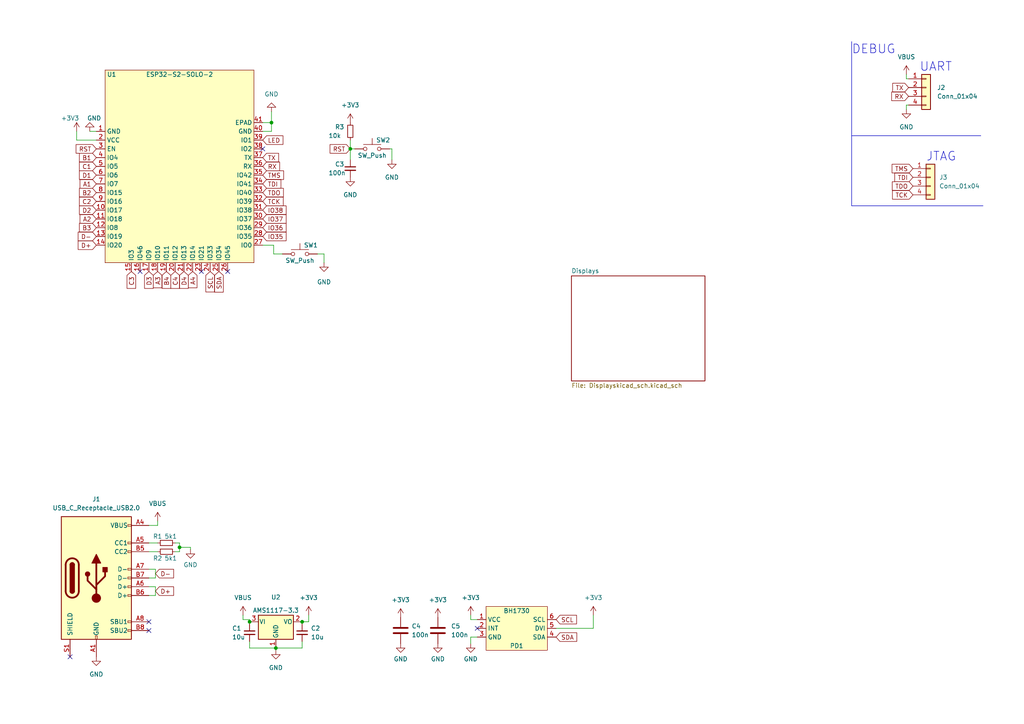
<source format=kicad_sch>
(kicad_sch (version 20230121) (generator eeschema)
  (paper "A4")
  (lib_symbols
    (symbol "BH1730:BH1730"
      (property "Reference" "PD1" (at 0 -5.08 0))
      (property "Value" "BH1730" (at 0 5.08 0))
      (symbol "BH1730_0_1"
        (rectangle (start -8.89 6.35) (end 8.89 -6.35) (fill (type background)))
      )
      (symbol "BH1730_1_1"
        (pin input line (at -11.43 2.54 0) (length 2.54) (name "VCC") (number "1"))
        (pin input line (at -11.43 0 0) (length 2.54) (name "INT") (number "2"))
        (pin input line (at -11.43 -2.54 0) (length 2.54) (name "GND") (number "3"))
        (pin input line (at 11.43 -2.54 180) (length 2.54) (name "SDA") (number "4"))
        (pin input line (at 11.43 0 180) (length 2.54) (name "DVI") (number "5"))
        (pin input line (at 11.43 2.54 180) (length 2.54) (name "SCL") (number "6"))
      )
    )
    (symbol "Connector:USB_C_Receptacle_USB2.0" (pin_names (offset 1.016))
      (property "Reference" "J" (at -10.16 19.05 0))
      (property "Value" "USB_C_Receptacle_USB2.0" (at 19.05 19.05 0))
      (symbol "USB_C_Receptacle_USB2.0_0_0"
        (rectangle (start -0.254 -17.78) (end 0.254 -16.764))
        (rectangle (start 10.16 -14.986) (end 9.144 -15.494))
        (rectangle (start 10.16 -12.446) (end 9.144 -12.954))
        (rectangle (start 10.16 -4.826) (end 9.144 -5.334))
        (rectangle (start 10.16 -2.286) (end 9.144 -2.794))
        (rectangle (start 10.16 0.254) (end 9.144 -0.254))
        (rectangle (start 10.16 2.794) (end 9.144 2.286))
        (rectangle (start 10.16 7.874) (end 9.144 7.366))
        (rectangle (start 10.16 10.414) (end 9.144 9.906))
        (rectangle (start 10.16 15.494) (end 9.144 14.986))
      )
      (symbol "USB_C_Receptacle_USB2.0_0_1"
        (rectangle (start -10.16 17.78) (end 10.16 -17.78) (stroke (width 0.254)) (fill (type background)))
        (arc (start -8.89 -3.81) (mid -6.985 -5.7067) (end -5.08 -3.81) (stroke (width 0.508)))
        (arc (start -7.62 -3.81) (mid -6.985 -4.4423) (end -6.35 -3.81) (stroke (width 0.254)))
        (arc (start -7.62 -3.81) (mid -6.985 -4.4423) (end -6.35 -3.81) (stroke (width 0.254)) (fill (type outline)))
        (rectangle (start -7.62 -3.81) (end -6.35 3.81) (stroke (width 0.254)) (fill (type outline)))
        (arc (start -6.35 3.81) (mid -6.985 4.4423) (end -7.62 3.81) (stroke (width 0.254)))
        (arc (start -6.35 3.81) (mid -6.985 4.4423) (end -7.62 3.81) (stroke (width 0.254)) (fill (type outline)))
        (arc (start -5.08 3.81) (mid -6.985 5.7067) (end -8.89 3.81) (stroke (width 0.508)))
        (circle (center -2.54 1.143) (radius 0.635) (stroke (width 0.254)) (fill (type outline)))
        (circle (center 0 -5.842) (radius 1.27) (fill (type outline)))
        (polyline (pts (xy -8.89 -3.81) (xy -8.89 3.81)) (stroke (width 0.508)))
        (polyline (pts (xy -5.08 3.81) (xy -5.08 -3.81)) (stroke (width 0.508)))
        (polyline (pts (xy 0 -5.842) (xy 0 4.318)) (stroke (width 0.508)))
        (polyline (pts (xy 0 -3.302) (xy -2.54 -0.762) (xy -2.54 0.508)) (stroke (width 0.508)))
        (polyline (pts (xy 0 -2.032) (xy 2.54 0.508) (xy 2.54 1.778)) (stroke (width 0.508)))
        (polyline (pts (xy -1.27 4.318) (xy 0 6.858) (xy 1.27 4.318) (xy -1.27 4.318)) (stroke (width 0.254)) (fill (type outline)))
        (rectangle (start 1.905 1.778) (end 3.175 3.048) (stroke (width 0.254)) (fill (type outline)))
      )
      (symbol "USB_C_Receptacle_USB2.0_1_1"
        (pin passive line (at 0 -22.86 90) (length 5.08) (name "GND") (number "A1"))
        (pin passive line (at 0 -22.86 90) (length 5.08) hide (name "GND") (number "A12"))
        (pin passive line (at 15.24 15.24 180) (length 5.08) (name "VBUS") (number "A4"))
        (pin bidirectional line (at 15.24 10.16 180) (length 5.08) (name "CC1") (number "A5"))
        (pin bidirectional line (at 15.24 -2.54 180) (length 5.08) (name "D+") (number "A6"))
        (pin bidirectional line (at 15.24 2.54 180) (length 5.08) (name "D-") (number "A7"))
        (pin bidirectional line (at 15.24 -12.7 180) (length 5.08) (name "SBU1") (number "A8"))
        (pin passive line (at 15.24 15.24 180) (length 5.08) hide (name "VBUS") (number "A9"))
        (pin passive line (at 0 -22.86 90) (length 5.08) hide (name "GND") (number "B1"))
        (pin passive line (at 0 -22.86 90) (length 5.08) hide (name "GND") (number "B12"))
        (pin passive line (at 15.24 15.24 180) (length 5.08) hide (name "VBUS") (number "B4"))
        (pin bidirectional line (at 15.24 7.62 180) (length 5.08) (name "CC2") (number "B5"))
        (pin bidirectional line (at 15.24 -5.08 180) (length 5.08) (name "D+") (number "B6"))
        (pin bidirectional line (at 15.24 0 180) (length 5.08) (name "D-") (number "B7"))
        (pin bidirectional line (at 15.24 -15.24 180) (length 5.08) (name "SBU2") (number "B8"))
        (pin passive line (at 15.24 15.24 180) (length 5.08) hide (name "VBUS") (number "B9"))
        (pin passive line (at -7.62 -22.86 90) (length 5.08) (name "SHIELD") (number "S1"))
      )
    )
    (symbol "Connector_Generic:Conn_01x04" (pin_names (offset 1.016) hide)
      (property "Reference" "J" (at 0 5.08 0))
      (property "Value" "Conn_01x04" (at 0 -7.62 0))
      (symbol "Conn_01x04_1_1"
        (rectangle (start -1.27 -4.953) (end 0 -5.207) (stroke (width 0.1524)))
        (rectangle (start -1.27 -2.413) (end 0 -2.667) (stroke (width 0.1524)))
        (rectangle (start -1.27 0.127) (end 0 -0.127) (stroke (width 0.1524)))
        (rectangle (start -1.27 2.667) (end 0 2.413) (stroke (width 0.1524)))
        (rectangle (start -1.27 3.81) (end 1.27 -6.35) (stroke (width 0.254)) (fill (type background)))
        (pin passive line (at -5.08 2.54 0) (length 3.81) (name "Pin_1") (number "1"))
        (pin passive line (at -5.08 0 0) (length 3.81) (name "Pin_2") (number "2"))
        (pin passive line (at -5.08 -2.54 0) (length 3.81) (name "Pin_3") (number "3"))
        (pin passive line (at -5.08 -5.08 0) (length 3.81) (name "Pin_4") (number "4"))
      )
    )
    (symbol "Device:C" (pin_numbers hide) (pin_names (offset 0.254))
      (property "Reference" "C" (at 0.635 2.54 0))
      (property "Value" "C" (at 0.635 -2.54 0))
      (symbol "C_0_1"
        (polyline (pts (xy -2.032 -0.762) (xy 2.032 -0.762)) (stroke (width 0.508)))
        (polyline (pts (xy -2.032 0.762) (xy 2.032 0.762)) (stroke (width 0.508)))
      )
      (symbol "C_1_1"
        (pin passive line (at 0 3.81 270) (length 2.794) (name "~") (number "1"))
        (pin passive line (at 0 -3.81 90) (length 2.794) (name "~") (number "2"))
      )
    )
    (symbol "Device:C_Small" (pin_numbers hide) (pin_names (offset 0.254) hide)
      (property "Reference" "C" (at 0.254 1.778 0))
      (property "Value" "C_Small" (at 0.254 -2.032 0))
      (symbol "C_Small_0_1"
        (polyline (pts (xy -1.524 -0.508) (xy 1.524 -0.508)) (stroke (width 0.3302)))
        (polyline (pts (xy -1.524 0.508) (xy 1.524 0.508)) (stroke (width 0.3048)))
      )
      (symbol "C_Small_1_1"
        (pin passive line (at 0 2.54 270) (length 2.032) (name "~") (number "1"))
        (pin passive line (at 0 -2.54 90) (length 2.032) (name "~") (number "2"))
      )
    )
    (symbol "Device:R_Small" (pin_numbers hide) (pin_names (offset 0.254) hide)
      (property "Reference" "R" (at 0.762 0.508 0))
      (property "Value" "R_Small" (at 0.762 -1.016 0))
      (symbol "R_Small_0_1"
        (rectangle (start -0.762 1.778) (end 0.762 -1.778) (stroke (width 0.2032)))
      )
      (symbol "R_Small_1_1"
        (pin passive line (at 0 2.54 270) (length 0.762) (name "~") (number "1"))
        (pin passive line (at 0 -2.54 90) (length 0.762) (name "~") (number "2"))
      )
    )
    (symbol "Regulator_Linear:AMS1117-3.3" (pin_names (offset 0.254))
      (property "Reference" "U" (at -3.81 3.175 0))
      (property "Value" "AMS1117-3.3" (at 0 3.175 0))
      (symbol "AMS1117-3.3_0_1"
        (rectangle (start -5.08 -5.08) (end 5.08 1.905) (stroke (width 0.254)) (fill (type background)))
      )
      (symbol "AMS1117-3.3_1_1"
        (pin power_in line (at 0 -7.62 90) (length 2.54) (name "GND") (number "1"))
        (pin power_out line (at 7.62 0 180) (length 2.54) (name "VO") (number "2"))
        (pin power_in line (at -7.62 0 0) (length 2.54) (name "VI") (number "3"))
      )
    )
    (symbol "S2 Solo:ESP32-S2-SOLO-2"
      (property "Reference" "U" (at -19.05 25.4 0))
      (property "Value" "ESP32-S2-SOLO-2" (at 1.27 25.4 0))
      (symbol "ESP32-S2-SOLO-2_0_1"
        (rectangle (start 21.59 -27.94) (end -21.59 27.94) (fill (type background)))
      )
      (symbol "ESP32-S2-SOLO-2_1_1"
        (pin power_out line (at -24.13 10.16 0) (length 2.54) (name "GND") (number "1"))
        (pin input line (at -24.13 -12.7 0) (length 2.54) (name "IO17") (number "10"))
        (pin input line (at -24.13 -15.24 0) (length 2.54) (name "IO18") (number "11"))
        (pin input line (at -24.13 -17.78 0) (length 2.54) (name "IO8") (number "12"))
        (pin input line (at -24.13 -20.32 0) (length 2.54) (name "IO19") (number "13"))
        (pin input line (at -24.13 -22.86 0) (length 2.54) (name "IO20") (number "14"))
        (pin input line (at -13.97 -30.48 90) (length 2.54) (name "IO3") (number "15"))
        (pin input line (at -11.43 -30.48 90) (length 2.54) (name "IO46") (number "16"))
        (pin input line (at -8.89 -30.48 90) (length 2.54) (name "IO9") (number "17"))
        (pin input line (at -6.35 -30.48 90) (length 2.54) (name "IO10") (number "18"))
        (pin input line (at -3.81 -30.48 90) (length 2.54) (name "IO11") (number "19"))
        (pin power_in line (at -24.13 7.62 0) (length 2.54) (name "VCC") (number "2"))
        (pin input line (at -1.27 -30.48 90) (length 2.54) (name "IO12") (number "20"))
        (pin input line (at 1.27 -30.48 90) (length 2.54) (name "IO13") (number "21"))
        (pin input line (at 3.81 -30.48 90) (length 2.54) (name "IO14") (number "22"))
        (pin input line (at 6.35 -30.48 90) (length 2.54) (name "IO21") (number "23"))
        (pin input line (at 8.89 -30.48 90) (length 2.54) (name "IO33") (number "24"))
        (pin input line (at 11.43 -30.48 90) (length 2.54) (name "IO34") (number "25"))
        (pin input line (at 13.97 -30.48 90) (length 2.54) (name "IO45") (number "26"))
        (pin input line (at 24.13 -22.86 180) (length 2.54) (name "IO0") (number "27"))
        (pin input line (at 24.13 -20.32 180) (length 2.54) (name "IO35") (number "28"))
        (pin input line (at 24.13 -17.78 180) (length 2.54) (name "IO36") (number "29"))
        (pin input line (at -24.13 5.08 0) (length 2.54) (name "EN") (number "3"))
        (pin input line (at 24.13 -15.24 180) (length 2.54) (name "IO37") (number "30"))
        (pin input line (at 24.13 -12.7 180) (length 2.54) (name "IO38") (number "31"))
        (pin input line (at 24.13 -10.16 180) (length 2.54) (name "IO39") (number "32"))
        (pin input line (at 24.13 -7.62 180) (length 2.54) (name "IO40") (number "33"))
        (pin input line (at 24.13 -5.08 180) (length 2.54) (name "IO41") (number "34"))
        (pin input line (at 24.13 -2.54 180) (length 2.54) (name "IO42") (number "35"))
        (pin input line (at 24.13 0 180) (length 2.54) (name "RX") (number "36"))
        (pin input line (at 24.13 2.54 180) (length 2.54) (name "TX") (number "37"))
        (pin input line (at 24.13 5.08 180) (length 2.54) (name "IO2") (number "38"))
        (pin input line (at 24.13 7.62 180) (length 2.54) (name "IO1") (number "39"))
        (pin input line (at -24.13 2.54 0) (length 2.54) (name "IO4") (number "4"))
        (pin input line (at 24.13 10.16 180) (length 2.54) (name "GND") (number "40"))
        (pin input line (at 24.13 12.7 180) (length 2.54) (name "EPAD") (number "41"))
        (pin input line (at -24.13 0 0) (length 2.54) (name "IO5") (number "5"))
        (pin input line (at -24.13 -2.54 0) (length 2.54) (name "IO6") (number "6"))
        (pin input line (at -24.13 -5.08 0) (length 2.54) (name "IO7") (number "7"))
        (pin input line (at -24.13 -7.62 0) (length 2.54) (name "IO15") (number "8"))
        (pin input line (at -24.13 -10.16 0) (length 2.54) (name "IO16") (number "9"))
      )
    )
    (symbol "Switch:SW_Push" (pin_numbers hide) (pin_names (offset 1.016) hide)
      (property "Reference" "SW" (at 1.27 2.54 0))
      (property "Value" "SW_Push" (at 0 -1.524 0))
      (symbol "SW_Push_0_1"
        (circle (center -2.032 0) (radius 0.508))
        (polyline (pts (xy 0 1.27) (xy 0 3.048)))
        (polyline (pts (xy 2.54 1.27) (xy -2.54 1.27)))
        (circle (center 2.032 0) (radius 0.508))
        (pin passive line (at -5.08 0 0) (length 2.54) (name "1") (number "1"))
        (pin passive line (at 5.08 0 180) (length 2.54) (name "2") (number "2"))
      )
    )
    (symbol "power:+3V3" (power) (pin_names (offset 0))
      (property "Value" "+3V3" (at 0 3.556 0))
      (symbol "+3V3_0_1"
        (polyline (pts (xy -0.762 1.27) (xy 0 2.54)))
        (polyline (pts (xy 0 0) (xy 0 2.54)))
        (polyline (pts (xy 0 2.54) (xy 0.762 1.27)))
      )
      (symbol "+3V3_1_1"
        (pin power_in line (at 0 0 90) (length 0) hide (name "+3V3") (number "1"))
      )
    )
    (symbol "power:GND" (power) (pin_names (offset 0))
      (property "Value" "GND" (at 0 -3.81 0))
      (symbol "GND_0_1"
        (polyline (pts (xy 0 0) (xy 0 -1.27) (xy 1.27 -1.27) (xy 0 -2.54) (xy -1.27 -1.27) (xy 0 -1.27)))
      )
      (symbol "GND_1_1"
        (pin power_in line (at 0 0 270) (length 0) hide (name "GND") (number "1"))
      )
    )
    (symbol "power:VBUS" (power) (pin_names (offset 0))
      (property "Value" "VBUS" (at 0 3.81 0))
      (symbol "VBUS_0_1"
        (polyline (pts (xy -0.762 1.27) (xy 0 2.54)))
        (polyline (pts (xy 0 0) (xy 0 2.54)))
        (polyline (pts (xy 0 2.54) (xy 0.762 1.27)))
      )
      (symbol "VBUS_1_1"
        (pin power_in line (at 0 0 90) (length 0) hide (name "VBUS") (number "1"))
      )
    )
  )
  (junction (at 72.39 180.34))
  (junction (at 52.07 158.75))
  (junction (at 78.74 35.56))
  (junction (at 101.6 43.18))
  (junction (at 80.01 187.96))
  (junction (at 87.63 180.34))
  (no_connect (at 43.18 182.88))
  (no_connect (at 58.42 78.74))
  (no_connect (at 76.2 43.18))
  (no_connect (at 138.43 182.245))
  (no_connect (at 66.04 78.74))
  (no_connect (at 20.32 190.5))
  (no_connect (at 40.64 78.74))
  (no_connect (at 43.18 180.34))
  (wire (pts (xy 161.29 182.245) (xy 172.085 182.245)))
  (wire (pts (xy 52.07 158.75) (xy 52.07 160.02)))
  (wire (pts (xy 113.665 43.18) (xy 113.03 43.18)))
  (wire (pts (xy 43.18 165.1) (xy 45.085 165.1)))
  (wire (pts (xy 79.375 73.66) (xy 81.915 73.66)))
  (wire (pts (xy 45.72 152.4) (xy 45.72 151.13)))
  (polyline (pts (xy 247.015 59.69) (xy 285.115 59.69)))
  (wire (pts (xy 55.245 158.75) (xy 52.07 158.75)))
  (wire (pts (xy 101.6 43.18) (xy 101.6 46.355)))
  (wire (pts (xy 43.18 170.18) (xy 45.085 170.18)))
  (wire (pts (xy 43.18 172.72) (xy 45.085 172.72)))
  (wire (pts (xy 101.6 43.18) (xy 102.87 43.18)))
  (wire (pts (xy 76.2 38.1) (xy 78.74 38.1)))
  (wire (pts (xy 87.63 187.96) (xy 87.63 186.055)))
  (wire (pts (xy 93.98 76.2) (xy 93.98 73.66)))
  (wire (pts (xy 22.225 40.64) (xy 22.225 38.1)))
  (wire (pts (xy 27.94 38.1) (xy 26.035 38.1)))
  (wire (pts (xy 45.085 170.18) (xy 45.085 172.72)))
  (wire (pts (xy 93.98 73.66) (xy 92.075 73.66)))
  (wire (pts (xy 136.525 179.705) (xy 138.43 179.705)))
  (wire (pts (xy 43.18 167.64) (xy 45.085 167.64)))
  (wire (pts (xy 80.01 187.96) (xy 87.63 187.96)))
  (wire (pts (xy 72.39 187.96) (xy 72.39 186.055)))
  (wire (pts (xy 80.01 187.96) (xy 72.39 187.96)))
  (wire (pts (xy 70.485 179.705) (xy 70.485 178.435)))
  (wire (pts (xy 262.89 21.59) (xy 262.89 22.86)))
  (wire (pts (xy 262.89 31.75) (xy 262.89 30.48)))
  (wire (pts (xy 76.2 71.12) (xy 79.375 71.12)))
  (wire (pts (xy 136.525 184.785) (xy 136.525 186.69)))
  (wire (pts (xy 43.18 157.48) (xy 45.72 157.48)))
  (wire (pts (xy 55.245 159.385) (xy 55.245 158.75)))
  (wire (pts (xy 138.43 184.785) (xy 136.525 184.785)))
  (wire (pts (xy 87.63 180.34) (xy 87.63 180.975)))
  (wire (pts (xy 72.39 179.705) (xy 72.39 180.34)))
  (wire (pts (xy 52.07 157.48) (xy 52.07 158.75)))
  (wire (pts (xy 52.07 160.02) (xy 50.8 160.02)))
  (wire (pts (xy 78.74 35.56) (xy 78.74 32.385)))
  (polyline (pts (xy 247.015 39.37) (xy 284.48 39.37)))
  (wire (pts (xy 45.085 165.1) (xy 45.085 167.64)))
  (wire (pts (xy 262.89 30.48) (xy 263.525 30.48)))
  (wire (pts (xy 113.665 46.355) (xy 113.665 43.18)))
  (wire (pts (xy 72.39 180.34) (xy 72.39 180.975)))
  (wire (pts (xy 76.2 35.56) (xy 78.74 35.56)))
  (wire (pts (xy 22.225 40.64) (xy 27.94 40.64)))
  (wire (pts (xy 89.535 180.34) (xy 87.63 180.34)))
  (wire (pts (xy 80.01 187.96) (xy 80.01 188.595)))
  (wire (pts (xy 172.085 182.245) (xy 172.085 178.435)))
  (wire (pts (xy 262.89 22.86) (xy 263.525 22.86)))
  (wire (pts (xy 79.375 71.12) (xy 79.375 73.66)))
  (wire (pts (xy 136.525 178.435) (xy 136.525 179.705)))
  (wire (pts (xy 43.18 160.02) (xy 45.72 160.02)))
  (wire (pts (xy 50.8 157.48) (xy 52.07 157.48)))
  (wire (pts (xy 43.18 152.4) (xy 45.72 152.4)))
  (polyline (pts (xy 247.015 12.065) (xy 247.015 59.69)))
  (wire (pts (xy 72.39 179.705) (xy 70.485 179.705)))
  (wire (pts (xy 78.74 38.1) (xy 78.74 35.56)))
  (wire (pts (xy 89.535 178.435) (xy 89.535 180.34)))
  (wire (pts (xy 101.6 40.64) (xy 101.6 43.18)))
  (text "DEBUG" (at 247.015 15.875 0) (effects (font (size 2.54 2.54)) (justify left bottom)))
  (text "UART" (at 266.7 20.955 0) (effects (font (size 2.54 2.54)) (justify left bottom)))
  (text "JTAG" (at 268.605 46.99 0) (effects (font (size 2.54 2.54)) (justify left bottom)))
  (global_label "RST" (shape input) (at 27.94 43.18 180) (property "Intersheetrefs" "${INTERSHEET_REFS}" (effects hide)))
  (global_label "IO36" (shape input) (at 76.2 66.04 0) (property "Intersheetrefs" "${INTERSHEET_REFS}" (effects hide)))
  (global_label "SDA" (shape input) (at 63.5 78.74 270) (property "Intersheetrefs" "${INTERSHEET_REFS}" (effects hide)))
  (global_label "C1" (shape input) (at 27.94 48.26 180) (property "Intersheetrefs" "${INTERSHEET_REFS}" (effects hide)))
  (global_label "TMS" (shape input) (at 264.795 48.895 180) (property "Intersheetrefs" "${INTERSHEET_REFS}" (effects hide)))
  (global_label "B1" (shape input) (at 27.94 45.72 180) (property "Intersheetrefs" "${INTERSHEET_REFS}" (effects hide)))
  (global_label "RST" (shape input) (at 101.6 43.18 180) (property "Intersheetrefs" "${INTERSHEET_REFS}" (effects hide)))
  (global_label "TCK" (shape input) (at 264.795 56.515 180) (property "Intersheetrefs" "${INTERSHEET_REFS}" (effects hide)))
  (global_label "SCL" (shape input) (at 161.29 179.705 0) (property "Intersheetrefs" "${INTERSHEET_REFS}" (effects hide)))
  (global_label "TX" (shape input) (at 76.2 45.72 0) (property "Intersheetrefs" "${INTERSHEET_REFS}" (effects hide)))
  (global_label "RX" (shape input) (at 263.525 27.94 180) (property "Intersheetrefs" "${INTERSHEET_REFS}" (effects hide)))
  (global_label "TDI" (shape input) (at 76.2 53.34 0) (property "Intersheetrefs" "${INTERSHEET_REFS}" (effects hide)))
  (global_label "TDO" (shape input) (at 76.2 55.88 0) (property "Intersheetrefs" "${INTERSHEET_REFS}" (effects hide)))
  (global_label "B2" (shape input) (at 27.94 55.88 180) (property "Intersheetrefs" "${INTERSHEET_REFS}" (effects hide)))
  (global_label "IO35" (shape input) (at 76.2 68.58 0) (property "Intersheetrefs" "${INTERSHEET_REFS}" (effects hide)))
  (global_label "TX" (shape input) (at 263.525 25.4 180) (property "Intersheetrefs" "${INTERSHEET_REFS}" (effects hide)))
  (global_label "D+" (shape input) (at 27.94 71.12 180) (property "Intersheetrefs" "${INTERSHEET_REFS}" (effects hide)))
  (global_label "A4" (shape input) (at 55.88 78.74 270) (property "Intersheetrefs" "${INTERSHEET_REFS}" (effects hide)))
  (global_label "C2" (shape input) (at 27.94 58.42 180) (property "Intersheetrefs" "${INTERSHEET_REFS}" (effects hide)))
  (global_label "D3" (shape input) (at 43.18 78.74 270) (property "Intersheetrefs" "${INTERSHEET_REFS}" (effects hide)))
  (global_label "B3" (shape input) (at 27.94 66.04 180) (property "Intersheetrefs" "${INTERSHEET_REFS}" (effects hide)))
  (global_label "RX" (shape input) (at 76.2 48.26 0) (property "Intersheetrefs" "${INTERSHEET_REFS}" (effects hide)))
  (global_label "D4" (shape input) (at 53.34 78.74 270) (property "Intersheetrefs" "${INTERSHEET_REFS}" (effects hide)))
  (global_label "C3" (shape input) (at 38.1 78.74 270) (property "Intersheetrefs" "${INTERSHEET_REFS}" (effects hide)))
  (global_label "A1" (shape input) (at 27.94 53.34 180) (property "Intersheetrefs" "${INTERSHEET_REFS}" (effects hide)))
  (global_label "D2" (shape input) (at 27.94 60.96 180) (property "Intersheetrefs" "${INTERSHEET_REFS}" (effects hide)))
  (global_label "A3" (shape input) (at 45.72 78.74 270) (property "Intersheetrefs" "${INTERSHEET_REFS}" (effects hide)))
  (global_label "SCL" (shape input) (at 60.96 78.74 270) (property "Intersheetrefs" "${INTERSHEET_REFS}" (effects hide)))
  (global_label "TMS" (shape input) (at 76.2 50.8 0) (property "Intersheetrefs" "${INTERSHEET_REFS}" (effects hide)))
  (global_label "D-" (shape input) (at 45.085 166.37 0) (property "Intersheetrefs" "${INTERSHEET_REFS}" (effects hide)))
  (global_label "C4" (shape input) (at 50.8 78.74 270) (property "Intersheetrefs" "${INTERSHEET_REFS}" (effects hide)))
  (global_label "IO37" (shape input) (at 76.2 63.5 0) (property "Intersheetrefs" "${INTERSHEET_REFS}" (effects hide)))
  (global_label "D1" (shape input) (at 27.94 50.8 180) (property "Intersheetrefs" "${INTERSHEET_REFS}" (effects hide)))
  (global_label "B4" (shape input) (at 48.26 78.74 270) (property "Intersheetrefs" "${INTERSHEET_REFS}" (effects hide)))
  (global_label "TCK" (shape input) (at 76.2 58.42 0) (property "Intersheetrefs" "${INTERSHEET_REFS}" (effects hide)))
  (global_label "IO38" (shape input) (at 76.2 60.96 0) (property "Intersheetrefs" "${INTERSHEET_REFS}" (effects hide)))
  (global_label "TDI" (shape input) (at 264.795 51.435 180) (property "Intersheetrefs" "${INTERSHEET_REFS}" (effects hide)))
  (global_label "LED" (shape input) (at 76.2 40.64 0) (property "Intersheetrefs" "${INTERSHEET_REFS}" (effects hide)))
  (global_label "D-" (shape input) (at 27.94 68.58 180) (property "Intersheetrefs" "${INTERSHEET_REFS}" (effects hide)))
  (global_label "D+" (shape input) (at 45.085 171.45 0) (property "Intersheetrefs" "${INTERSHEET_REFS}" (effects hide)))
  (global_label "SDA" (shape input) (at 161.29 184.785 0) (property "Intersheetrefs" "${INTERSHEET_REFS}" (effects hide)))
  (global_label "A2" (shape input) (at 27.94 63.5 180) (property "Intersheetrefs" "${INTERSHEET_REFS}" (effects hide)))
  (global_label "TDO" (shape input) (at 264.795 53.975 180) (property "Intersheetrefs" "${INTERSHEET_REFS}" (effects hide)))
  (symbol (lib_id "S2 Solo:ESP32-S2-SOLO-2") (at 52.07 48.26 0) (unit 1)
    (property "Reference" "U1" (at 32.385 21.59 0))
    (property "Value" "ESP32-S2-SOLO-2" (at 52.07 21.59 0))
    (property "Footprint" "RF_Module:ESP32-S3-WROOM-1" (effects hide))
  )
  (symbol (lib_id "Connector_Generic:Conn_01x04") (at 268.605 25.4 0) (unit 1)
    (property "Reference" "J2" (at 271.78 25.3999 0) (effects (justify left)))
    (property "Value" "Conn_01x04" (at 271.78 27.9399 0) (effects (justify left)))
    (property "Footprint" "Connector_PinHeader_2.54mm:PinHeader_1x04_P2.54mm_Vertical" (effects hide))
  )
  (symbol (lib_id "Device:C") (at 116.205 182.88 0) (unit 1)
    (property "Reference" "C4" (at 119.38 181.6099 0) (effects (justify left)))
    (property "Value" "100n" (at 119.38 184.1499 0) (effects (justify left)))
    (property "Footprint" "Capacitor_SMD:C_0603_1608Metric" (effects hide))
  )
  (symbol (lib_id "Switch:SW_Push") (at 107.95 43.18 0) (unit 1)
    (property "Reference" "SW2" (at 111.125 40.64 0))
    (property "Value" "SW_Push" (at 107.95 45.085 0))
    (property "Footprint" "Ian's Custom Components:5.2mm_Tactile_Push_Button" (effects hide))
  )
  (symbol (lib_id "Device:C") (at 127 182.88 0) (unit 1)
    (property "Reference" "C5" (at 130.81 181.6099 0) (effects (justify left)))
    (property "Value" "100n" (at 130.81 184.1499 0) (effects (justify left)))
    (property "Footprint" "Capacitor_SMD:C_0603_1608Metric" (effects hide))
  )
  (symbol (lib_id "power:+3V3") (at 127 179.07 0) (unit 1)
    (property "Reference" "#PWR0117" (effects hide))
    (property "Value" "+3V3" (at 127 173.99 0))
  )
  (symbol (lib_id "Device:R_Small") (at 48.26 157.48 90) (unit 1)
    (property "Reference" "R1" (at 45.72 155.575 90))
    (property "Value" "5k1" (at 49.53 155.575 90))
    (property "Footprint" "Resistor_SMD:R_0603_1608Metric" (effects hide))
  )
  (symbol (lib_id "Device:C_Small") (at 72.39 183.515 0) (unit 1)
    (property "Reference" "C1" (at 67.31 182.245 0) (effects (justify left)))
    (property "Value" "10u" (at 67.31 184.785 0) (effects (justify left)))
    (property "Footprint" "Capacitor_SMD:C_0805_2012Metric" (effects hide))
  )
  (symbol (lib_id "power:GND") (at 127 186.69 0) (unit 1)
    (property "Reference" "#PWR0111" (effects hide))
    (property "Value" "GND" (at 127 191.135 0))
  )
  (symbol (lib_id "power:GND") (at 80.01 188.595 0) (unit 1)
    (property "Reference" "#PWR0106" (effects hide))
    (property "Value" "GND" (at 80.01 193.675 0))
  )
  (symbol (lib_id "power:VBUS") (at 70.485 178.435 0) (unit 1)
    (property "Reference" "#PWR0102" (effects hide))
    (property "Value" "VBUS" (at 70.485 173.355 0))
  )
  (symbol (lib_id "power:+3V3") (at 22.225 38.1 0) (unit 1)
    (property "Reference" "#PWR0120" (effects hide))
    (property "Value" "+3V3" (at 20.32 34.29 0))
  )
  (symbol (lib_id "power:+3V3") (at 172.085 178.435 0) (unit 1)
    (property "Reference" "#PWR0110" (effects hide))
    (property "Value" "+3V3" (at 172.085 173.355 0))
  )
  (symbol (lib_id "power:GND") (at 26.035 38.1 180) (unit 1)
    (property "Reference" "#PWR0121" (effects hide))
    (property "Value" "GND" (at 27.305 34.29 0))
  )
  (symbol (lib_id "power:GND") (at 93.98 76.2 0) (unit 1)
    (property "Reference" "#PWR0109" (effects hide))
    (property "Value" "GND" (at 93.98 81.788 0))
  )
  (symbol (lib_id "Device:C_Small") (at 101.6 48.895 0) (unit 1)
    (property "Reference" "C3" (at 97.155 47.625 0) (effects (justify left)))
    (property "Value" "100n" (at 95.25 50.165 0) (effects (justify left)))
    (property "Footprint" "Capacitor_SMD:C_0603_1608Metric" (effects hide))
  )
  (symbol (lib_id "power:GND") (at 78.74 32.385 180) (unit 1)
    (property "Reference" "#PWR0122" (effects hide))
    (property "Value" "GND" (at 78.74 27.305 0))
  )
  (symbol (lib_id "Device:R_Small") (at 101.6 38.1 180) (unit 1)
    (property "Reference" "R3" (at 97.155 36.83 0) (effects (justify right)))
    (property "Value" "10k" (at 95.25 39.37 0) (effects (justify right)))
    (property "Footprint" "Resistor_SMD:R_0603_1608Metric" (effects hide))
  )
  (symbol (lib_id "power:GND") (at 113.665 46.355 0) (unit 1)
    (property "Reference" "#PWR0119" (effects hide))
    (property "Value" "GND" (at 113.665 51.435 0))
  )
  (symbol (lib_id "power:GND") (at 55.245 159.385 0) (unit 1)
    (property "Reference" "#PWR0104" (effects hide))
    (property "Value" "GND" (at 55.245 163.83 0))
  )
  (symbol (lib_id "Connector:USB_C_Receptacle_USB2.0") (at 27.94 167.64 0) (unit 1)
    (property "Reference" "J1" (at 27.94 144.78 0))
    (property "Value" "USB_C_Receptacle_USB2.0" (at 27.94 147.32 0))
    (property "Footprint" "Connector_USB:USB_C_Receptacle_HRO_TYPE-C-31-M-12" (effects hide))
    (property "Datasheet" "https://www.usb.org/sites/default/files/documents/usb_type-c.zip" (effects hide))
  )
  (symbol (lib_id "power:+3V3") (at 136.525 178.435 0) (unit 1)
    (property "Reference" "#PWR0114" (effects hide))
    (property "Value" "+3V3" (at 136.525 173.355 0))
  )
  (symbol (lib_id "power:GND") (at 27.94 190.5 0) (unit 1)
    (property "Reference" "#PWR0103" (effects hide))
    (property "Value" "GND" (at 27.94 195.58 0))
  )
  (symbol (lib_id "power:VBUS") (at 262.89 21.59 0) (unit 1)
    (property "Reference" "#PWR0115" (effects hide))
    (property "Value" "VBUS" (at 262.89 16.51 0))
  )
  (symbol (lib_id "power:VBUS") (at 45.72 151.13 0) (unit 1)
    (property "Reference" "#PWR0101" (effects hide))
    (property "Value" "VBUS" (at 45.72 146.05 0))
  )
  (symbol (lib_id "power:GND") (at 262.89 31.75 0) (unit 1)
    (property "Reference" "#PWR0116" (effects hide))
    (property "Value" "GND" (at 262.89 36.83 0))
  )
  (symbol (lib_id "power:+3V3") (at 101.6 35.56 0) (unit 1)
    (property "Reference" "#PWR0108" (effects hide))
    (property "Value" "+3V3" (at 101.6 30.48 0))
  )
  (symbol (lib_id "Connector_Generic:Conn_01x04") (at 269.875 51.435 0) (unit 1)
    (property "Reference" "J3" (at 272.415 51.4349 0) (effects (justify left)))
    (property "Value" "Conn_01x04" (at 272.415 53.9749 0) (effects (justify left)))
    (property "Footprint" "Connector_PinHeader_2.54mm:PinHeader_1x04_P2.54mm_Vertical" (effects hide))
  )
  (symbol (lib_id "power:+3V3") (at 89.535 178.435 0) (unit 1)
    (property "Reference" "#PWR0105" (effects hide))
    (property "Value" "+3V3" (at 89.535 173.355 0))
  )
  (symbol (lib_id "Device:C_Small") (at 87.63 183.515 0) (unit 1)
    (property "Reference" "C2" (at 90.17 182.245 0) (effects (justify left)))
    (property "Value" "10u" (at 90.17 184.785 0) (effects (justify left)))
    (property "Footprint" "Capacitor_SMD:C_0805_2012Metric" (effects hide))
  )
  (symbol (lib_id "power:GND") (at 116.205 186.69 0) (unit 1)
    (property "Reference" "#PWR0112" (effects hide))
    (property "Value" "GND" (at 116.205 191.135 0))
  )
  (symbol (lib_id "power:GND") (at 136.525 186.69 0) (unit 1)
    (property "Reference" "#PWR0113" (effects hide))
    (property "Value" "GND" (at 136.525 191.135 0))
  )
  (symbol (lib_id "power:+3V3") (at 116.205 179.07 0) (unit 1)
    (property "Reference" "#PWR0118" (effects hide))
    (property "Value" "+3V3" (at 116.205 173.99 0))
  )
  (symbol (lib_id "Regulator_Linear:AMS1117-3.3") (at 80.01 180.34 0) (unit 1)
    (property "Reference" "U2" (at 80.01 173.228 0))
    (property "Value" "AMS1117-3.3" (at 80.01 177.038 0))
    (property "Footprint" "Package_TO_SOT_SMD:SOT-223-3_TabPin2" (effects hide))
    (property "Datasheet" "http://www.advanced-monolithic.com/pdf/ds1117.pdf" (effects hide))
  )
  (symbol (lib_id "BH1730:BH1730") (at 149.86 182.245 0) (unit 1)
    (property "Reference" "PD1" (at 149.86 187.325 0))
    (property "Value" "BH1730" (at 149.86 177.165 0))
    (property "Footprint" "Ian's Custom Components:WSOF6" (effects hide))
  )
  (symbol (lib_id "Switch:SW_Push") (at 86.995 73.66 0) (unit 1)
    (property "Reference" "SW1" (at 90.17 71.12 0))
    (property "Value" "SW_Push" (at 86.995 75.565 0))
    (property "Footprint" "Ian's Custom Components:5.2mm_Tactile_Push_Button" (effects hide))
  )
  (symbol (lib_id "power:GND") (at 101.6 51.435 0) (unit 1)
    (property "Reference" "#PWR0107" (effects hide))
    (property "Value" "GND" (at 101.6 56.515 0))
  )
  (symbol (lib_id "Device:R_Small") (at 48.26 160.02 90) (unit 1)
    (property "Reference" "R2" (at 45.72 161.925 90))
    (property "Value" "5k1" (at 49.53 161.925 90))
    (property "Footprint" "Resistor_SMD:R_0603_1608Metric" (effects hide))
  )
  (sheet (at 165.735 80.01) (size 38.735 30.48) (stroke (width 0.1524))
    (property "Sheetname" "Displays" (at 165.735 79.2984 0) (effects (justify left bottom)))
    (property "Sheetfile" "Displayskicad_sch.kicad_sch" (at 165.735 111.0746 0) (effects (justify left top)))
  )
)
</source>
